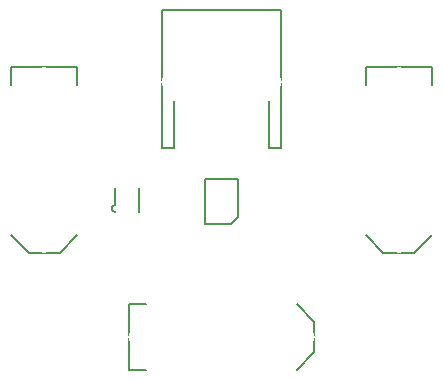
<source format=gto>
G04 #@! TF.FileFunction,Legend,Top*
%FSLAX46Y46*%
G04 Gerber Fmt 4.6, Leading zero omitted, Abs format (unit mm)*
G04 Created by KiCad (PCBNEW 4.0.2+e4-6225~38~ubuntu14.04.1-stable) date Thu 21 Jul 2016 15:42:58 BST*
%MOMM*%
G01*
G04 APERTURE LIST*
%ADD10C,0.100000*%
%ADD11C,0.150000*%
%ADD12R,1.550000X0.600000*%
%ADD13R,0.520000X0.520000*%
%ADD14R,0.620000X0.620000*%
%ADD15R,0.400000X0.470000*%
%ADD16R,1.702000X0.952000*%
%ADD17R,2.920000X0.740000*%
%ADD18C,1.200000*%
%ADD19C,1.600000*%
%ADD20R,0.740000X2.920000*%
G04 APERTURE END LIST*
D10*
D11*
X100825000Y-105405000D02*
X98575000Y-105405000D01*
X98575000Y-105405000D02*
X98575000Y-101595000D01*
X98575000Y-101595000D02*
X101425000Y-101595000D01*
X101425000Y-101595000D02*
X101425000Y-104805000D01*
X101425000Y-104805000D02*
X100825000Y-105405000D01*
X91000000Y-103800000D02*
X91000000Y-102400000D01*
X93000000Y-104400000D02*
X93000000Y-102400000D01*
X91000000Y-103800000D02*
G75*
G03X91000000Y-104400000I0J-300000D01*
G01*
X87785000Y-93635000D02*
X87785000Y-92135000D01*
X87785000Y-92135000D02*
X82215000Y-92135000D01*
X82215000Y-92135000D02*
X82215000Y-93635000D01*
X82215000Y-106365000D02*
X83715000Y-107865000D01*
X83715000Y-107865000D02*
X86285000Y-107865000D01*
X86285000Y-107865000D02*
X87785000Y-106365000D01*
X117785000Y-93635000D02*
X117785000Y-92135000D01*
X117785000Y-92135000D02*
X112215000Y-92135000D01*
X112215000Y-92135000D02*
X112215000Y-93635000D01*
X112215000Y-106365000D02*
X113715000Y-107865000D01*
X113715000Y-107865000D02*
X116285000Y-107865000D01*
X116285000Y-107865000D02*
X117785000Y-106365000D01*
X95000000Y-87300000D02*
X105000000Y-87300000D01*
X105000000Y-87300000D02*
X105000000Y-99000000D01*
X105000000Y-99000000D02*
X104000000Y-99000000D01*
X104000000Y-99000000D02*
X104000000Y-95000000D01*
X95000000Y-87300000D02*
X95000000Y-99000000D01*
X95000000Y-99000000D02*
X96000000Y-99000000D01*
X96000000Y-99000000D02*
X96000000Y-95000000D01*
X93635000Y-112215000D02*
X92135000Y-112215000D01*
X92135000Y-112215000D02*
X92135000Y-117785000D01*
X92135000Y-117785000D02*
X93635000Y-117785000D01*
X106365000Y-117785000D02*
X107865000Y-116285000D01*
X107865000Y-116285000D02*
X107865000Y-113715000D01*
X107865000Y-113715000D02*
X106365000Y-112215000D01*
%LPC*%
D12*
X102700000Y-105405000D03*
X102700000Y-104135000D03*
X102700000Y-102865000D03*
X102700000Y-101595000D03*
X97300000Y-101595000D03*
X97300000Y-102865000D03*
X97300000Y-104135000D03*
X97300000Y-105405000D03*
D13*
X91100000Y-101300000D03*
X91900000Y-101300000D03*
X91350000Y-105950000D03*
X91350000Y-106750000D03*
D14*
X101550000Y-97100000D03*
X102450000Y-97100000D03*
D15*
X91350000Y-104315000D03*
X92000000Y-104315000D03*
X92650000Y-104315000D03*
X92650000Y-102485000D03*
X92000000Y-102485000D03*
X91350000Y-102485000D03*
D16*
X92000000Y-103400000D03*
D17*
X83285000Y-94285000D03*
X86715000Y-94285000D03*
X83285000Y-95555000D03*
X86715000Y-95555000D03*
X83285000Y-96825000D03*
X86715000Y-96825000D03*
X83285000Y-98095000D03*
X86715000Y-98095000D03*
X83285000Y-99365000D03*
X86715000Y-99365000D03*
X83285000Y-100635000D03*
X86715000Y-100635000D03*
X83285000Y-101905000D03*
X86715000Y-101905000D03*
X83285000Y-103175000D03*
X86715000Y-103175000D03*
X83285000Y-104445000D03*
X86715000Y-104445000D03*
X83285000Y-105715000D03*
X86715000Y-105715000D03*
X113285000Y-94285000D03*
X116715000Y-94285000D03*
X113285000Y-95555000D03*
X116715000Y-95555000D03*
X113285000Y-96825000D03*
X116715000Y-96825000D03*
X113285000Y-98095000D03*
X116715000Y-98095000D03*
X113285000Y-99365000D03*
X116715000Y-99365000D03*
X113285000Y-100635000D03*
X116715000Y-100635000D03*
X113285000Y-101905000D03*
X116715000Y-101905000D03*
X113285000Y-103175000D03*
X116715000Y-103175000D03*
X113285000Y-104445000D03*
X116715000Y-104445000D03*
X113285000Y-105715000D03*
X116715000Y-105715000D03*
D18*
X85000000Y-107305000D03*
X85000000Y-92695000D03*
X104500000Y-93400000D03*
X95500000Y-93400000D03*
D19*
X103000000Y-95500000D03*
X101000000Y-95500000D03*
X99000000Y-95500000D03*
X97000000Y-95500000D03*
D18*
X115000000Y-107305000D03*
X115000000Y-92695000D03*
D20*
X94285000Y-116715000D03*
X94285000Y-113285000D03*
X95555000Y-116715000D03*
X95555000Y-113285000D03*
X96825000Y-116715000D03*
X96825000Y-113285000D03*
X98095000Y-116715000D03*
X98095000Y-113285000D03*
X99365000Y-116715000D03*
X99365000Y-113285000D03*
X100635000Y-116715000D03*
X100635000Y-113285000D03*
X101905000Y-116715000D03*
X101905000Y-113285000D03*
X103175000Y-116715000D03*
X103175000Y-113285000D03*
X104445000Y-116715000D03*
X104445000Y-113285000D03*
X105715000Y-116715000D03*
X105715000Y-113285000D03*
D18*
X107305000Y-115000000D03*
X92695000Y-115000000D03*
D13*
X94000000Y-103800000D03*
X94000000Y-103000000D03*
M02*

</source>
